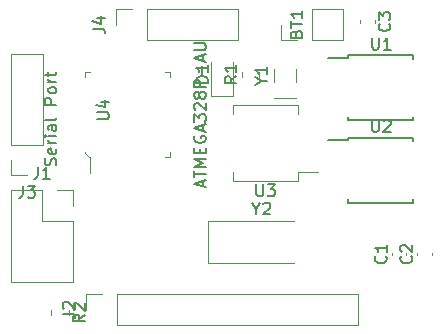
<source format=gto>
%TF.GenerationSoftware,KiCad,Pcbnew,(5.1.10-1-10_14)*%
%TF.CreationDate,2021-08-15T15:03:56-03:00*%
%TF.ProjectId,bacee,62616365-652e-46b6-9963-61645f706362,1*%
%TF.SameCoordinates,Original*%
%TF.FileFunction,Legend,Top*%
%TF.FilePolarity,Positive*%
%FSLAX46Y46*%
G04 Gerber Fmt 4.6, Leading zero omitted, Abs format (unit mm)*
G04 Created by KiCad (PCBNEW (5.1.10-1-10_14)) date 2021-08-15 15:03:56*
%MOMM*%
%LPD*%
G01*
G04 APERTURE LIST*
%ADD10C,0.120000*%
%ADD11C,0.150000*%
%ADD12C,0.100000*%
G04 APERTURE END LIST*
D10*
%TO.C,BT1*%
X82490000Y-105470000D02*
X82490000Y-104140000D01*
X83820000Y-105470000D02*
X82490000Y-105470000D01*
X85090000Y-105470000D02*
X85090000Y-102810000D01*
X85090000Y-102810000D02*
X87690000Y-102810000D01*
X85090000Y-105470000D02*
X87690000Y-105470000D01*
X87690000Y-105470000D02*
X87690000Y-102810000D01*
%TO.C,C1*%
X93076000Y-123665469D02*
X93076000Y-123461531D01*
X91836000Y-123665469D02*
X91836000Y-123461531D01*
%TO.C,C2*%
X93995000Y-123665469D02*
X93995000Y-123461531D01*
X95235000Y-123665469D02*
X95235000Y-123461531D01*
%TO.C,C3*%
X89169000Y-103776531D02*
X89169000Y-103980469D01*
X90409000Y-103776531D02*
X90409000Y-103980469D01*
%TO.C,D1*%
X78430000Y-110200000D02*
X78430000Y-107340000D01*
X76510000Y-110200000D02*
X78430000Y-110200000D01*
X76510000Y-107340000D02*
X76510000Y-110200000D01*
%TO.C,J1*%
X63500000Y-118177000D02*
X64830000Y-118177000D01*
X64830000Y-118177000D02*
X64830000Y-119507000D01*
X62230000Y-118177000D02*
X62230000Y-120777000D01*
X62230000Y-120777000D02*
X64830000Y-120777000D01*
X64830000Y-120777000D02*
X64830000Y-125917000D01*
X59630000Y-125917000D02*
X64830000Y-125917000D01*
X59630000Y-118177000D02*
X59630000Y-125917000D01*
X59630000Y-118177000D02*
X62230000Y-118177000D01*
%TO.C,J2*%
X65980000Y-128270000D02*
X65980000Y-126940000D01*
X65980000Y-126940000D02*
X67310000Y-126940000D01*
X68580000Y-126940000D02*
X88960000Y-126940000D01*
X88960000Y-129600000D02*
X88960000Y-126940000D01*
X68580000Y-129600000D02*
X88960000Y-129600000D01*
X68580000Y-129600000D02*
X68580000Y-126940000D01*
%TO.C,J3*%
X60960000Y-116900000D02*
X59630000Y-116900000D01*
X59630000Y-116900000D02*
X59630000Y-115570000D01*
X59630000Y-114300000D02*
X59630000Y-106620000D01*
X62290000Y-106620000D02*
X59630000Y-106620000D01*
X62290000Y-114300000D02*
X62290000Y-106620000D01*
X62290000Y-114300000D02*
X59630000Y-114300000D01*
%TO.C,J4*%
X71120000Y-105470000D02*
X71120000Y-102810000D01*
X71120000Y-105470000D02*
X78800000Y-105470000D01*
X78800000Y-105470000D02*
X78800000Y-102810000D01*
X71120000Y-102810000D02*
X78800000Y-102810000D01*
X68520000Y-102810000D02*
X69850000Y-102810000D01*
X68520000Y-104140000D02*
X68520000Y-102810000D01*
%TO.C,R1*%
X80618000Y-108574064D02*
X80618000Y-108119936D01*
X79148000Y-108574064D02*
X79148000Y-108119936D01*
%TO.C,R2*%
X64489000Y-128296936D02*
X64489000Y-128751064D01*
X63019000Y-128296936D02*
X63019000Y-128751064D01*
D11*
%TO.C,U1*%
X88182000Y-106924000D02*
X86432000Y-106924000D01*
X88182000Y-112229000D02*
X93682000Y-112229000D01*
X88182000Y-106719000D02*
X93682000Y-106719000D01*
X88182000Y-112229000D02*
X88182000Y-111929000D01*
X93682000Y-112229000D02*
X93682000Y-111929000D01*
X93682000Y-106719000D02*
X93682000Y-107019000D01*
X88182000Y-106719000D02*
X88182000Y-106924000D01*
%TO.C,U2*%
X88182000Y-113704000D02*
X88182000Y-113909000D01*
X93682000Y-113704000D02*
X93682000Y-114004000D01*
X93682000Y-119214000D02*
X93682000Y-118914000D01*
X88182000Y-119214000D02*
X88182000Y-118914000D01*
X88182000Y-113704000D02*
X93682000Y-113704000D01*
X88182000Y-119214000D02*
X93682000Y-119214000D01*
X88182000Y-113909000D02*
X86432000Y-113909000D01*
D10*
%TO.C,U3*%
X83913000Y-116638000D02*
X85603000Y-116638000D01*
X83913000Y-117383000D02*
X83913000Y-116638000D01*
X81153000Y-117383000D02*
X83913000Y-117383000D01*
X78393000Y-117383000D02*
X78393000Y-116638000D01*
X81153000Y-117383000D02*
X78393000Y-117383000D01*
X83913000Y-110963000D02*
X83913000Y-111708000D01*
X81153000Y-110963000D02*
X83913000Y-110963000D01*
X78393000Y-110963000D02*
X78393000Y-111708000D01*
X81153000Y-110963000D02*
X78393000Y-110963000D01*
D12*
%TO.C,U4*%
X73069000Y-115360000D02*
X72619000Y-115360000D01*
X73069000Y-115360000D02*
X73069000Y-114910000D01*
X73069000Y-108160000D02*
X73069000Y-108610000D01*
X73069000Y-108160000D02*
X72619000Y-108160000D01*
X65869000Y-108160000D02*
X66319000Y-108160000D01*
X65869000Y-108160000D02*
X65869000Y-108610000D01*
X66319000Y-115360000D02*
X66319000Y-116660000D01*
X66219000Y-115360000D02*
X66319000Y-115360000D01*
X65869000Y-115010000D02*
X66219000Y-115360000D01*
X65869000Y-114910000D02*
X65869000Y-115010000D01*
D10*
%TO.C,Y1*%
X81904000Y-110388000D02*
X83704000Y-110388000D01*
X83754000Y-108988000D02*
X83754000Y-107888000D01*
X81854000Y-108988000D02*
X81854000Y-107888000D01*
%TO.C,Y2*%
X76282000Y-124355000D02*
X83532000Y-124355000D01*
X76282000Y-120755000D02*
X76282000Y-124355000D01*
X83532000Y-120755000D02*
X76282000Y-120755000D01*
%TO.C,BT1*%
D11*
X83748571Y-104925714D02*
X83796190Y-104782857D01*
X83843809Y-104735238D01*
X83939047Y-104687619D01*
X84081904Y-104687619D01*
X84177142Y-104735238D01*
X84224761Y-104782857D01*
X84272380Y-104878095D01*
X84272380Y-105259047D01*
X83272380Y-105259047D01*
X83272380Y-104925714D01*
X83320000Y-104830476D01*
X83367619Y-104782857D01*
X83462857Y-104735238D01*
X83558095Y-104735238D01*
X83653333Y-104782857D01*
X83700952Y-104830476D01*
X83748571Y-104925714D01*
X83748571Y-105259047D01*
X83272380Y-104401904D02*
X83272380Y-103830476D01*
X84272380Y-104116190D02*
X83272380Y-104116190D01*
X84272380Y-102973333D02*
X84272380Y-103544761D01*
X84272380Y-103259047D02*
X83272380Y-103259047D01*
X83415238Y-103354285D01*
X83510476Y-103449523D01*
X83558095Y-103544761D01*
%TO.C,C1*%
X91323142Y-123730166D02*
X91370761Y-123777785D01*
X91418380Y-123920642D01*
X91418380Y-124015880D01*
X91370761Y-124158738D01*
X91275523Y-124253976D01*
X91180285Y-124301595D01*
X90989809Y-124349214D01*
X90846952Y-124349214D01*
X90656476Y-124301595D01*
X90561238Y-124253976D01*
X90466000Y-124158738D01*
X90418380Y-124015880D01*
X90418380Y-123920642D01*
X90466000Y-123777785D01*
X90513619Y-123730166D01*
X91418380Y-122777785D02*
X91418380Y-123349214D01*
X91418380Y-123063500D02*
X90418380Y-123063500D01*
X90561238Y-123158738D01*
X90656476Y-123253976D01*
X90704095Y-123349214D01*
%TO.C,C2*%
X93482142Y-123730166D02*
X93529761Y-123777785D01*
X93577380Y-123920642D01*
X93577380Y-124015880D01*
X93529761Y-124158738D01*
X93434523Y-124253976D01*
X93339285Y-124301595D01*
X93148809Y-124349214D01*
X93005952Y-124349214D01*
X92815476Y-124301595D01*
X92720238Y-124253976D01*
X92625000Y-124158738D01*
X92577380Y-124015880D01*
X92577380Y-123920642D01*
X92625000Y-123777785D01*
X92672619Y-123730166D01*
X92672619Y-123349214D02*
X92625000Y-123301595D01*
X92577380Y-123206357D01*
X92577380Y-122968261D01*
X92625000Y-122873023D01*
X92672619Y-122825404D01*
X92767857Y-122777785D01*
X92863095Y-122777785D01*
X93005952Y-122825404D01*
X93577380Y-123396833D01*
X93577380Y-122777785D01*
%TO.C,C3*%
X91636142Y-104045166D02*
X91683761Y-104092785D01*
X91731380Y-104235642D01*
X91731380Y-104330880D01*
X91683761Y-104473738D01*
X91588523Y-104568976D01*
X91493285Y-104616595D01*
X91302809Y-104664214D01*
X91159952Y-104664214D01*
X90969476Y-104616595D01*
X90874238Y-104568976D01*
X90779000Y-104473738D01*
X90731380Y-104330880D01*
X90731380Y-104235642D01*
X90779000Y-104092785D01*
X90826619Y-104045166D01*
X90731380Y-103711833D02*
X90731380Y-103092785D01*
X91112333Y-103426119D01*
X91112333Y-103283261D01*
X91159952Y-103188023D01*
X91207571Y-103140404D01*
X91302809Y-103092785D01*
X91540904Y-103092785D01*
X91636142Y-103140404D01*
X91683761Y-103188023D01*
X91731380Y-103283261D01*
X91731380Y-103568976D01*
X91683761Y-103664214D01*
X91636142Y-103711833D01*
%TO.C,D1*%
X76272380Y-109078095D02*
X75272380Y-109078095D01*
X75272380Y-108840000D01*
X75320000Y-108697142D01*
X75415238Y-108601904D01*
X75510476Y-108554285D01*
X75700952Y-108506666D01*
X75843809Y-108506666D01*
X76034285Y-108554285D01*
X76129523Y-108601904D01*
X76224761Y-108697142D01*
X76272380Y-108840000D01*
X76272380Y-109078095D01*
X76272380Y-107554285D02*
X76272380Y-108125714D01*
X76272380Y-107840000D02*
X75272380Y-107840000D01*
X75415238Y-107935238D01*
X75510476Y-108030476D01*
X75558095Y-108125714D01*
%TO.C,J1*%
X61896666Y-116189380D02*
X61896666Y-116903666D01*
X61849047Y-117046523D01*
X61753809Y-117141761D01*
X61610952Y-117189380D01*
X61515714Y-117189380D01*
X62896666Y-117189380D02*
X62325238Y-117189380D01*
X62610952Y-117189380D02*
X62610952Y-116189380D01*
X62515714Y-116332238D01*
X62420476Y-116427476D01*
X62325238Y-116475095D01*
%TO.C,J2*%
X63992380Y-128603333D02*
X64706666Y-128603333D01*
X64849523Y-128650952D01*
X64944761Y-128746190D01*
X64992380Y-128889047D01*
X64992380Y-128984285D01*
X64087619Y-128174761D02*
X64040000Y-128127142D01*
X63992380Y-128031904D01*
X63992380Y-127793809D01*
X64040000Y-127698571D01*
X64087619Y-127650952D01*
X64182857Y-127603333D01*
X64278095Y-127603333D01*
X64420952Y-127650952D01*
X64992380Y-128222380D01*
X64992380Y-127603333D01*
%TO.C,J3*%
X60626666Y-117792380D02*
X60626666Y-118506666D01*
X60579047Y-118649523D01*
X60483809Y-118744761D01*
X60340952Y-118792380D01*
X60245714Y-118792380D01*
X61007619Y-117792380D02*
X61626666Y-117792380D01*
X61293333Y-118173333D01*
X61436190Y-118173333D01*
X61531428Y-118220952D01*
X61579047Y-118268571D01*
X61626666Y-118363809D01*
X61626666Y-118601904D01*
X61579047Y-118697142D01*
X61531428Y-118744761D01*
X61436190Y-118792380D01*
X61150476Y-118792380D01*
X61055238Y-118744761D01*
X61007619Y-118697142D01*
X63396761Y-116045761D02*
X63444380Y-115902904D01*
X63444380Y-115664809D01*
X63396761Y-115569571D01*
X63349142Y-115521952D01*
X63253904Y-115474333D01*
X63158666Y-115474333D01*
X63063428Y-115521952D01*
X63015809Y-115569571D01*
X62968190Y-115664809D01*
X62920571Y-115855285D01*
X62872952Y-115950523D01*
X62825333Y-115998142D01*
X62730095Y-116045761D01*
X62634857Y-116045761D01*
X62539619Y-115998142D01*
X62492000Y-115950523D01*
X62444380Y-115855285D01*
X62444380Y-115617190D01*
X62492000Y-115474333D01*
X63396761Y-114664809D02*
X63444380Y-114760047D01*
X63444380Y-114950523D01*
X63396761Y-115045761D01*
X63301523Y-115093380D01*
X62920571Y-115093380D01*
X62825333Y-115045761D01*
X62777714Y-114950523D01*
X62777714Y-114760047D01*
X62825333Y-114664809D01*
X62920571Y-114617190D01*
X63015809Y-114617190D01*
X63111047Y-115093380D01*
X63444380Y-114188619D02*
X62777714Y-114188619D01*
X62968190Y-114188619D02*
X62872952Y-114141000D01*
X62825333Y-114093380D01*
X62777714Y-113998142D01*
X62777714Y-113902904D01*
X63444380Y-113569571D02*
X62777714Y-113569571D01*
X62444380Y-113569571D02*
X62492000Y-113617190D01*
X62539619Y-113569571D01*
X62492000Y-113521952D01*
X62444380Y-113569571D01*
X62539619Y-113569571D01*
X63444380Y-112664809D02*
X62920571Y-112664809D01*
X62825333Y-112712428D01*
X62777714Y-112807666D01*
X62777714Y-112998142D01*
X62825333Y-113093380D01*
X63396761Y-112664809D02*
X63444380Y-112760047D01*
X63444380Y-112998142D01*
X63396761Y-113093380D01*
X63301523Y-113141000D01*
X63206285Y-113141000D01*
X63111047Y-113093380D01*
X63063428Y-112998142D01*
X63063428Y-112760047D01*
X63015809Y-112664809D01*
X63444380Y-112045761D02*
X63396761Y-112141000D01*
X63301523Y-112188619D01*
X62444380Y-112188619D01*
X63444380Y-110902904D02*
X62444380Y-110902904D01*
X62444380Y-110521952D01*
X62492000Y-110426714D01*
X62539619Y-110379095D01*
X62634857Y-110331476D01*
X62777714Y-110331476D01*
X62872952Y-110379095D01*
X62920571Y-110426714D01*
X62968190Y-110521952D01*
X62968190Y-110902904D01*
X63444380Y-109760047D02*
X63396761Y-109855285D01*
X63349142Y-109902904D01*
X63253904Y-109950523D01*
X62968190Y-109950523D01*
X62872952Y-109902904D01*
X62825333Y-109855285D01*
X62777714Y-109760047D01*
X62777714Y-109617190D01*
X62825333Y-109521952D01*
X62872952Y-109474333D01*
X62968190Y-109426714D01*
X63253904Y-109426714D01*
X63349142Y-109474333D01*
X63396761Y-109521952D01*
X63444380Y-109617190D01*
X63444380Y-109760047D01*
X63444380Y-108998142D02*
X62777714Y-108998142D01*
X62968190Y-108998142D02*
X62872952Y-108950523D01*
X62825333Y-108902904D01*
X62777714Y-108807666D01*
X62777714Y-108712428D01*
X62777714Y-108521952D02*
X62777714Y-108141000D01*
X62444380Y-108379095D02*
X63301523Y-108379095D01*
X63396761Y-108331476D01*
X63444380Y-108236238D01*
X63444380Y-108141000D01*
%TO.C,J4*%
X66532380Y-104473333D02*
X67246666Y-104473333D01*
X67389523Y-104520952D01*
X67484761Y-104616190D01*
X67532380Y-104759047D01*
X67532380Y-104854285D01*
X66865714Y-103568571D02*
X67532380Y-103568571D01*
X66484761Y-103806666D02*
X67199047Y-104044761D01*
X67199047Y-103425714D01*
%TO.C,R1*%
X78685380Y-108513666D02*
X78209190Y-108847000D01*
X78685380Y-109085095D02*
X77685380Y-109085095D01*
X77685380Y-108704142D01*
X77733000Y-108608904D01*
X77780619Y-108561285D01*
X77875857Y-108513666D01*
X78018714Y-108513666D01*
X78113952Y-108561285D01*
X78161571Y-108608904D01*
X78209190Y-108704142D01*
X78209190Y-109085095D01*
X78685380Y-107561285D02*
X78685380Y-108132714D01*
X78685380Y-107847000D02*
X77685380Y-107847000D01*
X77828238Y-107942238D01*
X77923476Y-108037476D01*
X77971095Y-108132714D01*
%TO.C,R2*%
X65856380Y-128690666D02*
X65380190Y-129024000D01*
X65856380Y-129262095D02*
X64856380Y-129262095D01*
X64856380Y-128881142D01*
X64904000Y-128785904D01*
X64951619Y-128738285D01*
X65046857Y-128690666D01*
X65189714Y-128690666D01*
X65284952Y-128738285D01*
X65332571Y-128785904D01*
X65380190Y-128881142D01*
X65380190Y-129262095D01*
X64951619Y-128309714D02*
X64904000Y-128262095D01*
X64856380Y-128166857D01*
X64856380Y-127928761D01*
X64904000Y-127833523D01*
X64951619Y-127785904D01*
X65046857Y-127738285D01*
X65142095Y-127738285D01*
X65284952Y-127785904D01*
X65856380Y-128357333D01*
X65856380Y-127738285D01*
%TO.C,U1*%
X90170095Y-105246380D02*
X90170095Y-106055904D01*
X90217714Y-106151142D01*
X90265333Y-106198761D01*
X90360571Y-106246380D01*
X90551047Y-106246380D01*
X90646285Y-106198761D01*
X90693904Y-106151142D01*
X90741523Y-106055904D01*
X90741523Y-105246380D01*
X91741523Y-106246380D02*
X91170095Y-106246380D01*
X91455809Y-106246380D02*
X91455809Y-105246380D01*
X91360571Y-105389238D01*
X91265333Y-105484476D01*
X91170095Y-105532095D01*
%TO.C,U2*%
X90170095Y-112231380D02*
X90170095Y-113040904D01*
X90217714Y-113136142D01*
X90265333Y-113183761D01*
X90360571Y-113231380D01*
X90551047Y-113231380D01*
X90646285Y-113183761D01*
X90693904Y-113136142D01*
X90741523Y-113040904D01*
X90741523Y-112231380D01*
X91170095Y-112326619D02*
X91217714Y-112279000D01*
X91312952Y-112231380D01*
X91551047Y-112231380D01*
X91646285Y-112279000D01*
X91693904Y-112326619D01*
X91741523Y-112421857D01*
X91741523Y-112517095D01*
X91693904Y-112659952D01*
X91122476Y-113231380D01*
X91741523Y-113231380D01*
%TO.C,U3*%
X80391095Y-117675380D02*
X80391095Y-118484904D01*
X80438714Y-118580142D01*
X80486333Y-118627761D01*
X80581571Y-118675380D01*
X80772047Y-118675380D01*
X80867285Y-118627761D01*
X80914904Y-118580142D01*
X80962523Y-118484904D01*
X80962523Y-117675380D01*
X81343476Y-117675380D02*
X81962523Y-117675380D01*
X81629190Y-118056333D01*
X81772047Y-118056333D01*
X81867285Y-118103952D01*
X81914904Y-118151571D01*
X81962523Y-118246809D01*
X81962523Y-118484904D01*
X81914904Y-118580142D01*
X81867285Y-118627761D01*
X81772047Y-118675380D01*
X81486333Y-118675380D01*
X81391095Y-118627761D01*
X81343476Y-118580142D01*
%TO.C,U4*%
X66889380Y-112140904D02*
X67698904Y-112140904D01*
X67794142Y-112093285D01*
X67841761Y-112045666D01*
X67889380Y-111950428D01*
X67889380Y-111759952D01*
X67841761Y-111664714D01*
X67794142Y-111617095D01*
X67698904Y-111569476D01*
X66889380Y-111569476D01*
X67222714Y-110664714D02*
X67889380Y-110664714D01*
X66841761Y-110902809D02*
X67556047Y-111140904D01*
X67556047Y-110521857D01*
X75835666Y-117831428D02*
X75835666Y-117355238D01*
X76121380Y-117926666D02*
X75121380Y-117593333D01*
X76121380Y-117260000D01*
X75121380Y-117069523D02*
X75121380Y-116498095D01*
X76121380Y-116783809D02*
X75121380Y-116783809D01*
X76121380Y-116164761D02*
X75121380Y-116164761D01*
X75835666Y-115831428D01*
X75121380Y-115498095D01*
X76121380Y-115498095D01*
X75597571Y-115021904D02*
X75597571Y-114688571D01*
X76121380Y-114545714D02*
X76121380Y-115021904D01*
X75121380Y-115021904D01*
X75121380Y-114545714D01*
X75169000Y-113593333D02*
X75121380Y-113688571D01*
X75121380Y-113831428D01*
X75169000Y-113974285D01*
X75264238Y-114069523D01*
X75359476Y-114117142D01*
X75549952Y-114164761D01*
X75692809Y-114164761D01*
X75883285Y-114117142D01*
X75978523Y-114069523D01*
X76073761Y-113974285D01*
X76121380Y-113831428D01*
X76121380Y-113736190D01*
X76073761Y-113593333D01*
X76026142Y-113545714D01*
X75692809Y-113545714D01*
X75692809Y-113736190D01*
X75835666Y-113164761D02*
X75835666Y-112688571D01*
X76121380Y-113260000D02*
X75121380Y-112926666D01*
X76121380Y-112593333D01*
X75121380Y-112355238D02*
X75121380Y-111736190D01*
X75502333Y-112069523D01*
X75502333Y-111926666D01*
X75549952Y-111831428D01*
X75597571Y-111783809D01*
X75692809Y-111736190D01*
X75930904Y-111736190D01*
X76026142Y-111783809D01*
X76073761Y-111831428D01*
X76121380Y-111926666D01*
X76121380Y-112212380D01*
X76073761Y-112307619D01*
X76026142Y-112355238D01*
X75216619Y-111355238D02*
X75169000Y-111307619D01*
X75121380Y-111212380D01*
X75121380Y-110974285D01*
X75169000Y-110879047D01*
X75216619Y-110831428D01*
X75311857Y-110783809D01*
X75407095Y-110783809D01*
X75549952Y-110831428D01*
X76121380Y-111402857D01*
X76121380Y-110783809D01*
X75549952Y-110212380D02*
X75502333Y-110307619D01*
X75454714Y-110355238D01*
X75359476Y-110402857D01*
X75311857Y-110402857D01*
X75216619Y-110355238D01*
X75169000Y-110307619D01*
X75121380Y-110212380D01*
X75121380Y-110021904D01*
X75169000Y-109926666D01*
X75216619Y-109879047D01*
X75311857Y-109831428D01*
X75359476Y-109831428D01*
X75454714Y-109879047D01*
X75502333Y-109926666D01*
X75549952Y-110021904D01*
X75549952Y-110212380D01*
X75597571Y-110307619D01*
X75645190Y-110355238D01*
X75740428Y-110402857D01*
X75930904Y-110402857D01*
X76026142Y-110355238D01*
X76073761Y-110307619D01*
X76121380Y-110212380D01*
X76121380Y-110021904D01*
X76073761Y-109926666D01*
X76026142Y-109879047D01*
X75930904Y-109831428D01*
X75740428Y-109831428D01*
X75645190Y-109879047D01*
X75597571Y-109926666D01*
X75549952Y-110021904D01*
X76121380Y-109402857D02*
X75121380Y-109402857D01*
X75121380Y-109021904D01*
X75169000Y-108926666D01*
X75216619Y-108879047D01*
X75311857Y-108831428D01*
X75454714Y-108831428D01*
X75549952Y-108879047D01*
X75597571Y-108926666D01*
X75645190Y-109021904D01*
X75645190Y-109402857D01*
X75740428Y-108402857D02*
X75740428Y-107640952D01*
X75835666Y-107212380D02*
X75835666Y-106736190D01*
X76121380Y-107307619D02*
X75121380Y-106974285D01*
X76121380Y-106640952D01*
X75121380Y-106307619D02*
X75930904Y-106307619D01*
X76026142Y-106260000D01*
X76073761Y-106212380D01*
X76121380Y-106117142D01*
X76121380Y-105926666D01*
X76073761Y-105831428D01*
X76026142Y-105783809D01*
X75930904Y-105736190D01*
X75121380Y-105736190D01*
%TO.C,Y1*%
X80830190Y-108914190D02*
X81306380Y-108914190D01*
X80306380Y-109247523D02*
X80830190Y-108914190D01*
X80306380Y-108580857D01*
X81306380Y-107723714D02*
X81306380Y-108295142D01*
X81306380Y-108009428D02*
X80306380Y-108009428D01*
X80449238Y-108104666D01*
X80544476Y-108199904D01*
X80592095Y-108295142D01*
%TO.C,Y2*%
X80355809Y-119731190D02*
X80355809Y-120207380D01*
X80022476Y-119207380D02*
X80355809Y-119731190D01*
X80689142Y-119207380D01*
X80974857Y-119302619D02*
X81022476Y-119255000D01*
X81117714Y-119207380D01*
X81355809Y-119207380D01*
X81451047Y-119255000D01*
X81498666Y-119302619D01*
X81546285Y-119397857D01*
X81546285Y-119493095D01*
X81498666Y-119635952D01*
X80927238Y-120207380D01*
X81546285Y-120207380D01*
%TD*%
M02*

</source>
